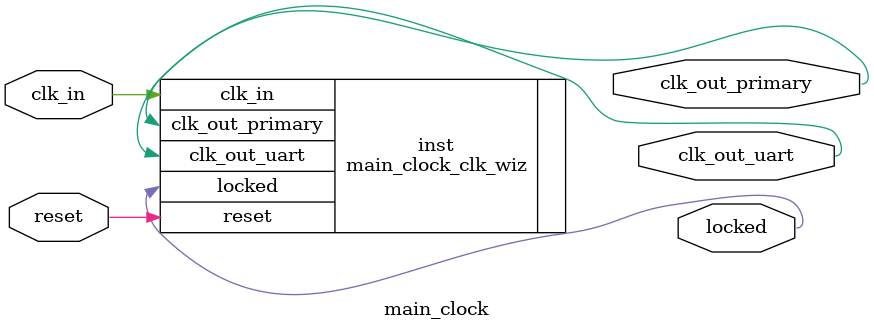
<source format=v>


`timescale 1ps/1ps

(* CORE_GENERATION_INFO = "main_clock,clk_wiz_v6_0_6_0_0,{component_name=main_clock,use_phase_alignment=true,use_min_o_jitter=false,use_max_i_jitter=false,use_dyn_phase_shift=false,use_inclk_switchover=false,use_dyn_reconfig=false,enable_axi=0,feedback_source=FDBK_AUTO,PRIMITIVE=PLL,num_out_clk=2,clkin1_period=20.000,clkin2_period=10.0,use_power_down=false,use_reset=true,use_locked=true,use_inclk_stopped=false,feedback_type=SINGLE,CLOCK_MGR_TYPE=NA,manual_override=false}" *)

module main_clock 
 (
  // Clock out ports
  output        clk_out_primary,
  output        clk_out_uart,
  // Status and control signals
  input         reset,
  output        locked,
 // Clock in ports
  input         clk_in
 );

  main_clock_clk_wiz inst
  (
  // Clock out ports  
  .clk_out_primary(clk_out_primary),
  .clk_out_uart(clk_out_uart),
  // Status and control signals               
  .reset(reset), 
  .locked(locked),
 // Clock in ports
  .clk_in(clk_in)
  );

endmodule

</source>
